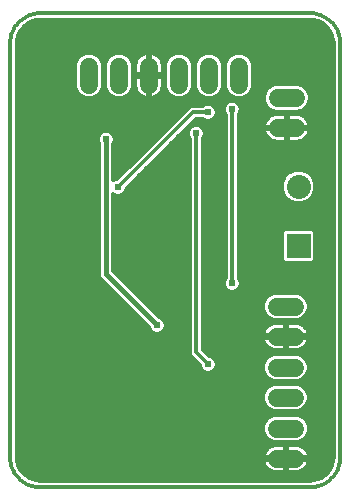
<source format=gbl>
G75*
%MOIN*%
%OFA0B0*%
%FSLAX24Y24*%
%IPPOS*%
%LPD*%
%AMOC8*
5,1,8,0,0,1.08239X$1,22.5*
%
%ADD10C,0.0120*%
%ADD11R,0.0800X0.0800*%
%ADD12C,0.0800*%
%ADD13C,0.0600*%
%ADD14C,0.0240*%
%ADD15C,0.1660*%
%ADD16C,0.0160*%
D10*
X004332Y005229D02*
X004188Y005426D01*
X004113Y005659D01*
X004103Y005781D01*
X004103Y019581D01*
X004113Y019703D01*
X004188Y019935D01*
X004332Y020132D01*
X004529Y020276D01*
X004761Y020351D01*
X004883Y020361D01*
X013883Y020361D01*
X014005Y020351D01*
X014237Y020276D01*
X014435Y020132D01*
X014578Y019935D01*
X014654Y019703D01*
X014663Y019581D01*
X014663Y005781D01*
X014654Y005659D01*
X014578Y005426D01*
X014435Y005229D01*
X014237Y005086D01*
X014005Y005010D01*
X013883Y005001D01*
X004883Y005001D01*
X004761Y005010D01*
X004529Y005086D01*
X004332Y005229D01*
X004342Y005222D02*
X014425Y005222D01*
X014516Y005340D02*
X013621Y005340D01*
X013624Y005341D02*
X013682Y005384D01*
X013733Y005435D01*
X013776Y005494D01*
X013809Y005558D01*
X013831Y005627D01*
X013842Y005695D01*
X013123Y005695D01*
X013123Y005775D01*
X013842Y005775D01*
X013831Y005843D01*
X013809Y005911D01*
X013776Y005976D01*
X013733Y006035D01*
X013682Y006086D01*
X013624Y006128D01*
X013559Y006161D01*
X013490Y006184D01*
X013419Y006195D01*
X013123Y006195D01*
X013123Y005775D01*
X013043Y005775D01*
X013043Y006195D01*
X012746Y006195D01*
X012675Y006184D01*
X012606Y006161D01*
X012541Y006128D01*
X012483Y006086D01*
X012432Y006035D01*
X012389Y005976D01*
X012356Y005911D01*
X012334Y005843D01*
X012323Y005775D01*
X013043Y005775D01*
X013043Y005695D01*
X013123Y005695D01*
X013123Y005275D01*
X013419Y005275D01*
X013490Y005286D01*
X013559Y005309D01*
X013624Y005341D01*
X013750Y005459D02*
X014589Y005459D01*
X014627Y005577D02*
X013815Y005577D01*
X013883Y004781D02*
X013943Y004783D01*
X014004Y004788D01*
X014063Y004797D01*
X014122Y004810D01*
X014181Y004826D01*
X014238Y004846D01*
X014293Y004869D01*
X014348Y004896D01*
X014400Y004925D01*
X014451Y004958D01*
X014500Y004994D01*
X014546Y005032D01*
X014590Y005074D01*
X014632Y005118D01*
X014670Y005164D01*
X014706Y005213D01*
X014739Y005264D01*
X014768Y005316D01*
X014795Y005371D01*
X014818Y005426D01*
X014838Y005483D01*
X014854Y005542D01*
X014867Y005601D01*
X014876Y005660D01*
X014881Y005721D01*
X014883Y005781D01*
X014883Y019581D01*
X014663Y019560D02*
X004103Y019560D01*
X004103Y019442D02*
X014663Y019442D01*
X014663Y019323D02*
X004103Y019323D01*
X004103Y019205D02*
X006274Y019205D01*
X006251Y019195D02*
X006420Y019265D01*
X006603Y019265D01*
X006772Y019195D01*
X006902Y019066D01*
X006972Y018896D01*
X006972Y018113D01*
X006902Y017944D01*
X006772Y017815D01*
X006603Y017745D01*
X006420Y017745D01*
X006251Y017815D01*
X006122Y017944D01*
X006052Y018113D01*
X006052Y018896D01*
X006122Y019066D01*
X006251Y019195D01*
X006142Y019086D02*
X004103Y019086D01*
X004103Y018968D02*
X006081Y018968D01*
X006052Y018849D02*
X004103Y018849D01*
X004103Y018731D02*
X006052Y018731D01*
X006052Y018612D02*
X004103Y018612D01*
X004103Y018494D02*
X006052Y018494D01*
X006052Y018375D02*
X004103Y018375D01*
X004103Y018257D02*
X006052Y018257D01*
X006052Y018138D02*
X004103Y018138D01*
X004103Y018020D02*
X006091Y018020D01*
X006165Y017901D02*
X004103Y017901D01*
X004103Y017783D02*
X006329Y017783D01*
X006694Y017783D02*
X007329Y017783D01*
X007251Y017815D02*
X007420Y017745D01*
X007603Y017745D01*
X007772Y017815D01*
X007902Y017944D01*
X007972Y018113D01*
X007972Y018896D01*
X007902Y019066D01*
X007772Y019195D01*
X007603Y019265D01*
X007420Y019265D01*
X007251Y019195D01*
X007122Y019066D01*
X007052Y018896D01*
X007052Y018113D01*
X007122Y017944D01*
X007251Y017815D01*
X007165Y017901D02*
X006858Y017901D01*
X006933Y018020D02*
X007091Y018020D01*
X007052Y018138D02*
X006972Y018138D01*
X006972Y018257D02*
X007052Y018257D01*
X007052Y018375D02*
X006972Y018375D01*
X006972Y018494D02*
X007052Y018494D01*
X007052Y018612D02*
X006972Y018612D01*
X006972Y018731D02*
X007052Y018731D01*
X007052Y018849D02*
X006972Y018849D01*
X006942Y018968D02*
X007081Y018968D01*
X007142Y019086D02*
X006881Y019086D01*
X006749Y019205D02*
X007274Y019205D01*
X007749Y019205D02*
X008283Y019205D01*
X008271Y019198D02*
X008212Y019156D01*
X008161Y019105D01*
X008118Y019046D01*
X008085Y018982D01*
X008063Y018913D01*
X008052Y018841D01*
X008052Y018545D01*
X008472Y018545D01*
X008472Y019264D01*
X008404Y019254D01*
X008335Y019231D01*
X008271Y019198D01*
X008147Y019086D02*
X007881Y019086D01*
X007942Y018968D02*
X008081Y018968D01*
X008053Y018849D02*
X007972Y018849D01*
X007972Y018731D02*
X008052Y018731D01*
X008052Y018612D02*
X007972Y018612D01*
X007972Y018494D02*
X008472Y018494D01*
X008472Y018465D02*
X008052Y018465D01*
X008052Y018169D01*
X008063Y018097D01*
X008085Y018028D01*
X008118Y017964D01*
X008161Y017905D01*
X008212Y017854D01*
X008271Y017812D01*
X008335Y017779D01*
X008404Y017756D01*
X008472Y017746D01*
X008472Y018465D01*
X008552Y018465D01*
X008552Y018545D01*
X008972Y018545D01*
X008972Y018841D01*
X008960Y018913D01*
X008938Y018982D01*
X008905Y019046D01*
X008863Y019105D01*
X008811Y019156D01*
X008753Y019198D01*
X008688Y019231D01*
X008619Y019254D01*
X008552Y019264D01*
X008552Y018545D01*
X008472Y018545D01*
X008472Y018465D01*
X008552Y018465D02*
X008552Y017746D01*
X008619Y017756D01*
X008688Y017779D01*
X008753Y017812D01*
X008811Y017854D01*
X008863Y017905D01*
X008905Y017964D01*
X008938Y018028D01*
X008960Y018097D01*
X008972Y018169D01*
X008972Y018465D01*
X008552Y018465D01*
X008552Y018494D02*
X009052Y018494D01*
X009052Y018612D02*
X008972Y018612D01*
X008972Y018731D02*
X009052Y018731D01*
X009052Y018849D02*
X008970Y018849D01*
X009052Y018896D02*
X009122Y019066D01*
X009251Y019195D01*
X009420Y019265D01*
X009603Y019265D01*
X009772Y019195D01*
X009902Y019066D01*
X009972Y018896D01*
X009972Y018113D01*
X009902Y017944D01*
X009772Y017815D01*
X009603Y017745D01*
X009420Y017745D01*
X009251Y017815D01*
X009122Y017944D01*
X009052Y018113D01*
X009052Y018896D01*
X009081Y018968D02*
X008943Y018968D01*
X008876Y019086D02*
X009142Y019086D01*
X009274Y019205D02*
X008741Y019205D01*
X008552Y019205D02*
X008472Y019205D01*
X008472Y019086D02*
X008552Y019086D01*
X008552Y018968D02*
X008472Y018968D01*
X008472Y018849D02*
X008552Y018849D01*
X008552Y018731D02*
X008472Y018731D01*
X008472Y018612D02*
X008552Y018612D01*
X008552Y018375D02*
X008472Y018375D01*
X008472Y018257D02*
X008552Y018257D01*
X008552Y018138D02*
X008472Y018138D01*
X008472Y018020D02*
X008552Y018020D01*
X008552Y017901D02*
X008472Y017901D01*
X008472Y017783D02*
X008552Y017783D01*
X008696Y017783D02*
X009329Y017783D01*
X009165Y017901D02*
X008858Y017901D01*
X008933Y018020D02*
X009091Y018020D01*
X009052Y018138D02*
X008967Y018138D01*
X008972Y018257D02*
X009052Y018257D01*
X009052Y018375D02*
X008972Y018375D01*
X008327Y017783D02*
X007694Y017783D01*
X007858Y017901D02*
X008165Y017901D01*
X008090Y018020D02*
X007933Y018020D01*
X007972Y018138D02*
X008057Y018138D01*
X008052Y018257D02*
X007972Y018257D01*
X007972Y018375D02*
X008052Y018375D01*
X009345Y016953D02*
X004103Y016953D01*
X004103Y016835D02*
X009226Y016835D01*
X009108Y016716D02*
X004103Y016716D01*
X004103Y016598D02*
X006904Y016598D01*
X006925Y016618D02*
X006846Y016539D01*
X006803Y016436D01*
X006803Y016325D01*
X006843Y016228D01*
X006843Y011833D01*
X006880Y011745D01*
X008506Y010119D01*
X008546Y010022D01*
X008625Y009943D01*
X008728Y009901D01*
X008839Y009901D01*
X008942Y009943D01*
X009021Y010022D01*
X009063Y010125D01*
X009063Y010236D01*
X009021Y010339D01*
X008942Y010418D01*
X008845Y010458D01*
X007323Y011980D01*
X007323Y014545D01*
X007325Y014543D01*
X007428Y014501D01*
X007539Y014501D01*
X007642Y014543D01*
X007721Y014622D01*
X007763Y014725D01*
X007763Y014749D01*
X010074Y017061D01*
X010307Y017061D01*
X010325Y017043D01*
X010428Y017001D01*
X010539Y017001D01*
X010642Y017043D01*
X010721Y017122D01*
X010763Y017225D01*
X010763Y017336D01*
X010721Y017439D01*
X010642Y017518D01*
X010539Y017561D01*
X010428Y017561D01*
X010325Y017518D01*
X010307Y017501D01*
X009892Y017501D01*
X009763Y017372D01*
X007452Y015061D01*
X007428Y015061D01*
X007325Y015018D01*
X007323Y015017D01*
X007323Y016228D01*
X007363Y016325D01*
X007363Y016436D01*
X007321Y016539D01*
X007242Y016618D01*
X007139Y016661D01*
X007028Y016661D01*
X006925Y016618D01*
X006821Y016479D02*
X004103Y016479D01*
X004103Y016361D02*
X006803Y016361D01*
X006838Y016242D02*
X004103Y016242D01*
X004103Y016124D02*
X006843Y016124D01*
X006843Y016005D02*
X004103Y016005D01*
X004103Y015887D02*
X006843Y015887D01*
X006843Y015768D02*
X004103Y015768D01*
X004103Y015650D02*
X006843Y015650D01*
X006843Y015531D02*
X004103Y015531D01*
X004103Y015413D02*
X006843Y015413D01*
X006843Y015294D02*
X004103Y015294D01*
X004103Y015176D02*
X006843Y015176D01*
X006843Y015057D02*
X004103Y015057D01*
X004103Y014939D02*
X006843Y014939D01*
X006843Y014820D02*
X004103Y014820D01*
X004103Y014702D02*
X006843Y014702D01*
X006843Y014583D02*
X004103Y014583D01*
X004103Y014465D02*
X006843Y014465D01*
X006843Y014346D02*
X004103Y014346D01*
X004103Y014228D02*
X006843Y014228D01*
X006843Y014109D02*
X004103Y014109D01*
X004103Y013991D02*
X006843Y013991D01*
X006843Y013872D02*
X004103Y013872D01*
X004103Y013754D02*
X006843Y013754D01*
X006843Y013635D02*
X004103Y013635D01*
X004103Y013517D02*
X006843Y013517D01*
X006843Y013398D02*
X004103Y013398D01*
X004103Y013280D02*
X006843Y013280D01*
X006843Y013161D02*
X004103Y013161D01*
X004103Y013043D02*
X006843Y013043D01*
X006843Y012924D02*
X004103Y012924D01*
X004103Y012806D02*
X006843Y012806D01*
X006843Y012687D02*
X004103Y012687D01*
X004103Y012569D02*
X006843Y012569D01*
X006843Y012450D02*
X004103Y012450D01*
X004103Y012332D02*
X006843Y012332D01*
X006843Y012213D02*
X004103Y012213D01*
X004103Y012095D02*
X006843Y012095D01*
X006843Y011976D02*
X004103Y011976D01*
X004103Y011858D02*
X006843Y011858D01*
X006885Y011739D02*
X004103Y011739D01*
X004103Y011621D02*
X007004Y011621D01*
X007122Y011502D02*
X004103Y011502D01*
X004103Y011384D02*
X007241Y011384D01*
X007359Y011265D02*
X004103Y011265D01*
X004103Y011147D02*
X007478Y011147D01*
X007596Y011028D02*
X004103Y011028D01*
X004103Y010910D02*
X007715Y010910D01*
X007833Y010791D02*
X004103Y010791D01*
X004103Y010673D02*
X007952Y010673D01*
X008070Y010554D02*
X004103Y010554D01*
X004103Y010436D02*
X008189Y010436D01*
X008307Y010317D02*
X004103Y010317D01*
X004103Y010199D02*
X008426Y010199D01*
X008522Y010080D02*
X004103Y010080D01*
X004103Y009962D02*
X008606Y009962D01*
X008960Y009962D02*
X009863Y009962D01*
X009863Y010080D02*
X009045Y010080D01*
X009063Y010199D02*
X009863Y010199D01*
X009863Y010317D02*
X009030Y010317D01*
X008899Y010436D02*
X009863Y010436D01*
X009863Y010554D02*
X008749Y010554D01*
X008631Y010673D02*
X009863Y010673D01*
X009863Y010791D02*
X008512Y010791D01*
X008394Y010910D02*
X009863Y010910D01*
X009863Y011028D02*
X008275Y011028D01*
X008157Y011147D02*
X009863Y011147D01*
X009863Y011265D02*
X008038Y011265D01*
X007920Y011384D02*
X009863Y011384D01*
X009863Y011502D02*
X007801Y011502D01*
X007683Y011621D02*
X009863Y011621D01*
X009863Y011739D02*
X007564Y011739D01*
X007446Y011858D02*
X009863Y011858D01*
X009863Y011976D02*
X007327Y011976D01*
X007323Y012095D02*
X009863Y012095D01*
X009863Y012213D02*
X007323Y012213D01*
X007323Y012332D02*
X009863Y012332D01*
X009863Y012450D02*
X007323Y012450D01*
X007323Y012569D02*
X009863Y012569D01*
X009863Y012687D02*
X007323Y012687D01*
X007323Y012806D02*
X009863Y012806D01*
X009863Y012924D02*
X007323Y012924D01*
X007323Y013043D02*
X009863Y013043D01*
X009863Y013161D02*
X007323Y013161D01*
X007323Y013280D02*
X009863Y013280D01*
X009863Y013398D02*
X007323Y013398D01*
X007323Y013517D02*
X009863Y013517D01*
X009863Y013635D02*
X007323Y013635D01*
X007323Y013754D02*
X009863Y013754D01*
X009863Y013872D02*
X007323Y013872D01*
X007323Y013991D02*
X009863Y013991D01*
X009863Y014109D02*
X007323Y014109D01*
X007323Y014228D02*
X009863Y014228D01*
X009863Y014346D02*
X007323Y014346D01*
X007323Y014465D02*
X009863Y014465D01*
X009863Y014583D02*
X007682Y014583D01*
X007754Y014702D02*
X009863Y014702D01*
X009863Y014820D02*
X007834Y014820D01*
X007952Y014939D02*
X009863Y014939D01*
X009863Y015057D02*
X008071Y015057D01*
X008189Y015176D02*
X009863Y015176D01*
X009863Y015294D02*
X008308Y015294D01*
X008426Y015413D02*
X009863Y015413D01*
X009863Y015531D02*
X008545Y015531D01*
X008663Y015650D02*
X009863Y015650D01*
X009863Y015768D02*
X008782Y015768D01*
X008900Y015887D02*
X009863Y015887D01*
X009863Y016005D02*
X009019Y016005D01*
X009137Y016124D02*
X009863Y016124D01*
X009863Y016242D02*
X009256Y016242D01*
X009374Y016361D02*
X009863Y016361D01*
X009863Y016405D02*
X009863Y009189D01*
X010203Y008849D01*
X010203Y008825D01*
X010246Y008722D01*
X010325Y008643D01*
X010428Y008601D01*
X010539Y008601D01*
X010642Y008643D01*
X010721Y008722D01*
X010763Y008825D01*
X010763Y008936D01*
X010721Y009039D01*
X010642Y009118D01*
X010539Y009161D01*
X010514Y009161D01*
X010303Y009372D01*
X010303Y016405D01*
X010321Y016422D01*
X010363Y016525D01*
X010363Y016636D01*
X010321Y016739D01*
X010242Y016818D01*
X010139Y016861D01*
X010028Y016861D01*
X009925Y016818D01*
X009846Y016739D01*
X009803Y016636D01*
X009803Y016525D01*
X009846Y016422D01*
X009863Y016405D01*
X009822Y016479D02*
X009493Y016479D01*
X009611Y016598D02*
X009803Y016598D01*
X009836Y016716D02*
X009730Y016716D01*
X009848Y016835D02*
X009965Y016835D01*
X009967Y016953D02*
X011063Y016953D01*
X011063Y016835D02*
X010202Y016835D01*
X010330Y016716D02*
X011063Y016716D01*
X011063Y016598D02*
X010363Y016598D01*
X010344Y016479D02*
X011063Y016479D01*
X011063Y016361D02*
X010303Y016361D01*
X010303Y016242D02*
X011063Y016242D01*
X011063Y016124D02*
X010303Y016124D01*
X010303Y016005D02*
X011063Y016005D01*
X011063Y015887D02*
X010303Y015887D01*
X010303Y015768D02*
X011063Y015768D01*
X011063Y015650D02*
X010303Y015650D01*
X010303Y015531D02*
X011063Y015531D01*
X011063Y015413D02*
X010303Y015413D01*
X010303Y015294D02*
X011063Y015294D01*
X011063Y015176D02*
X010303Y015176D01*
X010303Y015057D02*
X011063Y015057D01*
X011063Y014939D02*
X010303Y014939D01*
X010303Y014820D02*
X011063Y014820D01*
X011063Y014702D02*
X010303Y014702D01*
X010303Y014583D02*
X011063Y014583D01*
X011063Y014465D02*
X010303Y014465D01*
X010303Y014346D02*
X011063Y014346D01*
X011063Y014228D02*
X010303Y014228D01*
X010303Y014109D02*
X011063Y014109D01*
X011063Y013991D02*
X010303Y013991D01*
X010303Y013872D02*
X011063Y013872D01*
X011063Y013754D02*
X010303Y013754D01*
X010303Y013635D02*
X011063Y013635D01*
X011063Y013517D02*
X010303Y013517D01*
X010303Y013398D02*
X011063Y013398D01*
X011063Y013280D02*
X010303Y013280D01*
X010303Y013161D02*
X011063Y013161D01*
X011063Y013043D02*
X010303Y013043D01*
X010303Y012924D02*
X011063Y012924D01*
X011063Y012806D02*
X010303Y012806D01*
X010303Y012687D02*
X011063Y012687D01*
X011063Y012569D02*
X010303Y012569D01*
X010303Y012450D02*
X011063Y012450D01*
X011063Y012332D02*
X010303Y012332D01*
X010303Y012213D02*
X011063Y012213D01*
X011063Y012095D02*
X010303Y012095D01*
X010303Y011976D02*
X011063Y011976D01*
X011063Y011858D02*
X010303Y011858D01*
X010303Y011739D02*
X011046Y011739D01*
X011003Y011636D01*
X011003Y011525D01*
X011046Y011422D01*
X011125Y011343D01*
X011228Y011301D01*
X011339Y011301D01*
X011442Y011343D01*
X011521Y011422D01*
X011563Y011525D01*
X011563Y011636D01*
X011521Y011739D01*
X014663Y011739D01*
X014663Y011621D02*
X011563Y011621D01*
X011554Y011502D02*
X014663Y011502D01*
X014663Y011384D02*
X011482Y011384D01*
X011283Y011581D02*
X011283Y017381D01*
X011063Y017205D02*
X011063Y011757D01*
X011046Y011739D01*
X011003Y011621D02*
X010303Y011621D01*
X010303Y011502D02*
X011013Y011502D01*
X011084Y011384D02*
X010303Y011384D01*
X010303Y011265D02*
X014663Y011265D01*
X014663Y011147D02*
X013678Y011147D01*
X013631Y011193D02*
X013462Y011263D01*
X012679Y011263D01*
X012510Y011193D01*
X012381Y011064D01*
X012311Y010895D01*
X012311Y010712D01*
X012381Y010543D01*
X012510Y010413D01*
X012679Y010343D01*
X013462Y010343D01*
X013631Y010413D01*
X013761Y010543D01*
X013831Y010712D01*
X013831Y010895D01*
X013761Y011064D01*
X013631Y011193D01*
X013776Y011028D02*
X014663Y011028D01*
X014663Y010910D02*
X013825Y010910D01*
X013831Y010791D02*
X014663Y010791D01*
X014663Y010673D02*
X013814Y010673D01*
X013765Y010554D02*
X014663Y010554D01*
X014663Y010436D02*
X013653Y010436D01*
X013547Y010230D02*
X013478Y010252D01*
X013407Y010263D01*
X013111Y010263D01*
X013111Y009843D01*
X014663Y009843D01*
X014663Y009725D02*
X013824Y009725D01*
X013819Y009696D02*
X013797Y009627D01*
X013764Y009562D01*
X013722Y009504D01*
X013670Y009453D01*
X013612Y009410D01*
X013547Y009377D01*
X013478Y009355D01*
X013407Y009343D01*
X013111Y009343D01*
X013111Y009763D01*
X013031Y009763D01*
X013031Y009343D01*
X012735Y009343D01*
X012663Y009355D01*
X012594Y009377D01*
X012530Y009410D01*
X012471Y009453D01*
X012420Y009504D01*
X012377Y009562D01*
X012344Y009627D01*
X012322Y009696D01*
X012311Y009763D01*
X013031Y009763D01*
X013031Y009843D01*
X010303Y009843D01*
X010303Y009725D02*
X012317Y009725D01*
X012311Y009843D02*
X012322Y009911D01*
X012344Y009980D01*
X012377Y010044D01*
X012420Y010103D01*
X012471Y010154D01*
X012530Y010197D01*
X012594Y010230D01*
X012663Y010252D01*
X012735Y010263D01*
X013031Y010263D01*
X013031Y009843D01*
X012311Y009843D01*
X012338Y009962D02*
X010303Y009962D01*
X010303Y010080D02*
X012403Y010080D01*
X012533Y010199D02*
X010303Y010199D01*
X010303Y010317D02*
X014663Y010317D01*
X014663Y010199D02*
X013608Y010199D01*
X013612Y010197D02*
X013547Y010230D01*
X013612Y010197D02*
X013670Y010154D01*
X013722Y010103D01*
X013764Y010044D01*
X013797Y009980D01*
X013819Y009911D01*
X013830Y009843D01*
X013111Y009843D01*
X013111Y009763D01*
X013830Y009763D01*
X013819Y009696D01*
X013786Y009606D02*
X014663Y009606D01*
X014663Y009488D02*
X013705Y009488D01*
X013523Y009369D02*
X014663Y009369D01*
X014663Y009251D02*
X010424Y009251D01*
X010306Y009369D02*
X012619Y009369D01*
X012679Y009232D02*
X012510Y009162D01*
X012381Y009032D01*
X012311Y008863D01*
X012311Y008680D01*
X012381Y008511D01*
X012510Y008382D01*
X012679Y008312D01*
X013462Y008312D01*
X013631Y008382D01*
X013761Y008511D01*
X013831Y008680D01*
X013831Y008863D01*
X013761Y009032D01*
X013631Y009162D01*
X013462Y009232D01*
X012679Y009232D01*
X012480Y009132D02*
X010608Y009132D01*
X010731Y009014D02*
X012373Y009014D01*
X012324Y008895D02*
X010763Y008895D01*
X010743Y008777D02*
X012311Y008777D01*
X012320Y008658D02*
X010657Y008658D01*
X010483Y008881D02*
X010083Y009281D01*
X010083Y016581D01*
X009983Y017281D02*
X010483Y017281D01*
X010391Y017546D02*
X004103Y017546D01*
X004103Y017664D02*
X012344Y017664D01*
X012342Y017669D02*
X012412Y017500D01*
X012542Y017370D01*
X012711Y017300D01*
X013494Y017300D01*
X013663Y017370D01*
X013792Y017500D01*
X013862Y017669D01*
X013862Y017852D01*
X013792Y018021D01*
X013663Y018150D01*
X013494Y018220D01*
X012711Y018220D01*
X012542Y018150D01*
X012412Y018021D01*
X012342Y017852D01*
X012342Y017669D01*
X012342Y017783D02*
X011694Y017783D01*
X011772Y017815D02*
X011902Y017944D01*
X011972Y018113D01*
X011972Y018896D01*
X011902Y019066D01*
X011772Y019195D01*
X011603Y019265D01*
X011420Y019265D01*
X011251Y019195D01*
X011122Y019066D01*
X011052Y018896D01*
X011052Y018113D01*
X011122Y017944D01*
X011251Y017815D01*
X011420Y017745D01*
X011603Y017745D01*
X011772Y017815D01*
X011858Y017901D02*
X012363Y017901D01*
X012412Y018020D02*
X011933Y018020D01*
X011972Y018138D02*
X012530Y018138D01*
X011972Y018257D02*
X014663Y018257D01*
X014663Y018375D02*
X011972Y018375D01*
X011972Y018494D02*
X014663Y018494D01*
X014663Y018612D02*
X011972Y018612D01*
X011972Y018731D02*
X014663Y018731D01*
X014663Y018849D02*
X011972Y018849D01*
X011942Y018968D02*
X014663Y018968D01*
X014663Y019086D02*
X011881Y019086D01*
X011749Y019205D02*
X014663Y019205D01*
X014656Y019679D02*
X004111Y019679D01*
X004144Y019797D02*
X014623Y019797D01*
X014585Y019916D02*
X004182Y019916D01*
X004261Y020034D02*
X014506Y020034D01*
X014407Y020153D02*
X004360Y020153D01*
X004523Y020271D02*
X014244Y020271D01*
X013883Y020581D02*
X004883Y020581D01*
X004823Y020579D01*
X004762Y020574D01*
X004703Y020565D01*
X004644Y020552D01*
X004585Y020536D01*
X004528Y020516D01*
X004473Y020493D01*
X004418Y020466D01*
X004366Y020437D01*
X004315Y020404D01*
X004266Y020368D01*
X004220Y020330D01*
X004176Y020288D01*
X004134Y020244D01*
X004096Y020198D01*
X004060Y020149D01*
X004027Y020098D01*
X003998Y020046D01*
X003971Y019991D01*
X003948Y019936D01*
X003928Y019879D01*
X003912Y019820D01*
X003899Y019761D01*
X003890Y019702D01*
X003885Y019641D01*
X003883Y019581D01*
X003883Y005781D01*
X004103Y005814D02*
X012329Y005814D01*
X012323Y005695D02*
X012334Y005627D01*
X012356Y005558D01*
X012389Y005494D01*
X012432Y005435D01*
X012483Y005384D01*
X012541Y005341D01*
X012606Y005309D01*
X012675Y005286D01*
X012746Y005275D01*
X013043Y005275D01*
X013043Y005695D01*
X012323Y005695D01*
X012350Y005577D02*
X004139Y005577D01*
X004110Y005696D02*
X013043Y005696D01*
X013123Y005696D02*
X014657Y005696D01*
X014663Y005814D02*
X013836Y005814D01*
X013798Y005933D02*
X014663Y005933D01*
X014663Y006051D02*
X013717Y006051D01*
X013533Y006170D02*
X014663Y006170D01*
X014663Y006288D02*
X013506Y006288D01*
X013474Y006275D02*
X013643Y006345D01*
X013773Y006474D01*
X013843Y006643D01*
X013843Y006826D01*
X013773Y006995D01*
X013643Y007125D01*
X013474Y007195D01*
X012691Y007195D01*
X012522Y007125D01*
X012393Y006995D01*
X012323Y006826D01*
X012323Y006643D01*
X012393Y006474D01*
X012522Y006345D01*
X012691Y006275D01*
X013474Y006275D01*
X013705Y006407D02*
X014663Y006407D01*
X014663Y006525D02*
X013794Y006525D01*
X013843Y006644D02*
X014663Y006644D01*
X014663Y006762D02*
X013843Y006762D01*
X013820Y006881D02*
X014663Y006881D01*
X014663Y006999D02*
X013769Y006999D01*
X013650Y007118D02*
X014663Y007118D01*
X014663Y007236D02*
X004103Y007236D01*
X004103Y007118D02*
X012515Y007118D01*
X012396Y006999D02*
X004103Y006999D01*
X004103Y006881D02*
X012345Y006881D01*
X012323Y006762D02*
X004103Y006762D01*
X004103Y006644D02*
X012323Y006644D01*
X012372Y006525D02*
X004103Y006525D01*
X004103Y006407D02*
X012460Y006407D01*
X012659Y006288D02*
X004103Y006288D01*
X004103Y006170D02*
X012632Y006170D01*
X012448Y006051D02*
X004103Y006051D01*
X004103Y005933D02*
X012367Y005933D01*
X012415Y005459D02*
X004178Y005459D01*
X004251Y005340D02*
X012544Y005340D01*
X013043Y005340D02*
X013123Y005340D01*
X013123Y005459D02*
X013043Y005459D01*
X013043Y005577D02*
X013123Y005577D01*
X013123Y005814D02*
X013043Y005814D01*
X013043Y005933D02*
X013123Y005933D01*
X013123Y006051D02*
X013043Y006051D01*
X013043Y006170D02*
X013123Y006170D01*
X013462Y007312D02*
X012679Y007312D01*
X012510Y007382D01*
X012381Y007511D01*
X012311Y007680D01*
X012311Y007863D01*
X012381Y008032D01*
X012510Y008162D01*
X012679Y008232D01*
X013462Y008232D01*
X013631Y008162D01*
X013761Y008032D01*
X013831Y007863D01*
X013831Y007680D01*
X013761Y007511D01*
X013631Y007382D01*
X013462Y007312D01*
X013565Y007355D02*
X014663Y007355D01*
X014663Y007473D02*
X013722Y007473D01*
X013794Y007592D02*
X014663Y007592D01*
X014663Y007710D02*
X013831Y007710D01*
X013831Y007829D02*
X014663Y007829D01*
X014663Y007947D02*
X013796Y007947D01*
X013728Y008066D02*
X014663Y008066D01*
X014663Y008184D02*
X013578Y008184D01*
X013670Y008421D02*
X014663Y008421D01*
X014663Y008303D02*
X004103Y008303D01*
X004103Y008421D02*
X012471Y008421D01*
X012369Y008540D02*
X004103Y008540D01*
X004103Y008658D02*
X010310Y008658D01*
X010223Y008777D02*
X004103Y008777D01*
X004103Y008895D02*
X010158Y008895D01*
X010039Y009014D02*
X004103Y009014D01*
X004103Y009132D02*
X009921Y009132D01*
X009863Y009251D02*
X004103Y009251D01*
X004103Y009369D02*
X009863Y009369D01*
X009863Y009488D02*
X004103Y009488D01*
X004103Y009606D02*
X009863Y009606D01*
X009863Y009725D02*
X004103Y009725D01*
X004103Y009843D02*
X009863Y009843D01*
X010303Y009606D02*
X012355Y009606D01*
X012436Y009488D02*
X010303Y009488D01*
X010303Y010436D02*
X012488Y010436D01*
X012376Y010554D02*
X010303Y010554D01*
X010303Y010673D02*
X012327Y010673D01*
X012311Y010791D02*
X010303Y010791D01*
X010303Y010910D02*
X012317Y010910D01*
X012366Y011028D02*
X010303Y011028D01*
X010303Y011147D02*
X012463Y011147D01*
X013031Y010199D02*
X013111Y010199D01*
X013111Y010080D02*
X013031Y010080D01*
X013031Y009962D02*
X013111Y009962D01*
X013111Y009843D02*
X013031Y009843D01*
X013031Y009725D02*
X013111Y009725D01*
X013111Y009606D02*
X013031Y009606D01*
X013031Y009488D02*
X013111Y009488D01*
X013111Y009369D02*
X013031Y009369D01*
X013661Y009132D02*
X014663Y009132D01*
X014663Y009014D02*
X013769Y009014D01*
X013818Y008895D02*
X014663Y008895D01*
X014663Y008777D02*
X013831Y008777D01*
X013821Y008658D02*
X014663Y008658D01*
X014663Y008540D02*
X013772Y008540D01*
X012564Y008184D02*
X004103Y008184D01*
X004103Y008066D02*
X012414Y008066D01*
X012345Y007947D02*
X004103Y007947D01*
X004103Y007829D02*
X012311Y007829D01*
X012311Y007710D02*
X004103Y007710D01*
X004103Y007592D02*
X012348Y007592D01*
X012419Y007473D02*
X004103Y007473D01*
X004103Y007355D02*
X012576Y007355D01*
X014262Y005103D02*
X004505Y005103D01*
X004883Y004781D02*
X013883Y004781D01*
X013803Y009962D02*
X014663Y009962D01*
X014663Y010080D02*
X013738Y010080D01*
X014663Y011858D02*
X011503Y011858D01*
X011503Y011757D02*
X011503Y017205D01*
X011521Y017222D01*
X011563Y017325D01*
X011563Y017436D01*
X011521Y017539D01*
X011442Y017618D01*
X011339Y017661D01*
X011228Y017661D01*
X011125Y017618D01*
X011046Y017539D01*
X011003Y017436D01*
X011003Y017325D01*
X011046Y017222D01*
X011063Y017205D01*
X011063Y017190D02*
X010749Y017190D01*
X010763Y017309D02*
X011010Y017309D01*
X011003Y017427D02*
X010726Y017427D01*
X010575Y017546D02*
X011052Y017546D01*
X011329Y017783D02*
X010694Y017783D01*
X010772Y017815D02*
X010902Y017944D01*
X010972Y018113D01*
X010972Y018896D01*
X010902Y019066D01*
X010772Y019195D01*
X010603Y019265D01*
X010420Y019265D01*
X010251Y019195D01*
X010122Y019066D01*
X010052Y018896D01*
X010052Y018113D01*
X010122Y017944D01*
X010251Y017815D01*
X010420Y017745D01*
X010603Y017745D01*
X010772Y017815D01*
X010858Y017901D02*
X011165Y017901D01*
X011091Y018020D02*
X010933Y018020D01*
X010972Y018138D02*
X011052Y018138D01*
X011052Y018257D02*
X010972Y018257D01*
X010972Y018375D02*
X011052Y018375D01*
X011052Y018494D02*
X010972Y018494D01*
X010972Y018612D02*
X011052Y018612D01*
X011052Y018731D02*
X010972Y018731D01*
X010972Y018849D02*
X011052Y018849D01*
X011081Y018968D02*
X010942Y018968D01*
X010881Y019086D02*
X011142Y019086D01*
X011274Y019205D02*
X010749Y019205D01*
X010274Y019205D02*
X009749Y019205D01*
X009881Y019086D02*
X010142Y019086D01*
X010081Y018968D02*
X009942Y018968D01*
X009972Y018849D02*
X010052Y018849D01*
X010052Y018731D02*
X009972Y018731D01*
X009972Y018612D02*
X010052Y018612D01*
X010052Y018494D02*
X009972Y018494D01*
X009972Y018375D02*
X010052Y018375D01*
X010052Y018257D02*
X009972Y018257D01*
X009972Y018138D02*
X010052Y018138D01*
X010091Y018020D02*
X009933Y018020D01*
X009858Y017901D02*
X010165Y017901D01*
X010329Y017783D02*
X009694Y017783D01*
X009819Y017427D02*
X004103Y017427D01*
X004103Y017309D02*
X009700Y017309D01*
X009582Y017190D02*
X004103Y017190D01*
X004103Y017072D02*
X009463Y017072D01*
X009983Y017281D02*
X007483Y014781D01*
X007419Y015057D02*
X007323Y015057D01*
X007323Y015176D02*
X007567Y015176D01*
X007686Y015294D02*
X007323Y015294D01*
X007323Y015413D02*
X007804Y015413D01*
X007923Y015531D02*
X007323Y015531D01*
X007323Y015650D02*
X008041Y015650D01*
X008160Y015768D02*
X007323Y015768D01*
X007323Y015887D02*
X008278Y015887D01*
X008397Y016005D02*
X007323Y016005D01*
X007323Y016124D02*
X008515Y016124D01*
X008634Y016242D02*
X007329Y016242D01*
X007363Y016361D02*
X008752Y016361D01*
X008871Y016479D02*
X007346Y016479D01*
X007262Y016598D02*
X008989Y016598D01*
X010670Y017072D02*
X011063Y017072D01*
X011503Y017072D02*
X012463Y017072D01*
X012451Y017060D02*
X012503Y017111D01*
X012561Y017154D01*
X012626Y017186D01*
X012695Y017209D01*
X012766Y017220D01*
X013062Y017220D01*
X013062Y016800D01*
X013062Y016720D01*
X012343Y016720D01*
X012354Y016652D01*
X012376Y016583D01*
X012409Y016519D01*
X012451Y016460D01*
X012503Y016409D01*
X012561Y016367D01*
X012626Y016334D01*
X012695Y016311D01*
X012766Y016300D01*
X013062Y016300D01*
X013062Y016720D01*
X013142Y016720D01*
X013142Y016300D01*
X013438Y016300D01*
X013510Y016311D01*
X013579Y016334D01*
X013643Y016367D01*
X013702Y016409D01*
X013753Y016460D01*
X013796Y016519D01*
X013829Y016583D01*
X013851Y016652D01*
X013862Y016720D01*
X013142Y016720D01*
X013142Y016800D01*
X013062Y016800D01*
X012343Y016800D01*
X012354Y016868D01*
X012376Y016937D01*
X012409Y017001D01*
X012451Y017060D01*
X012384Y016953D02*
X011503Y016953D01*
X011503Y016835D02*
X012348Y016835D01*
X012343Y016716D02*
X011503Y016716D01*
X011503Y016598D02*
X012371Y016598D01*
X012438Y016479D02*
X011503Y016479D01*
X011503Y016361D02*
X012573Y016361D01*
X013062Y016361D02*
X013142Y016361D01*
X013142Y016479D02*
X013062Y016479D01*
X013062Y016598D02*
X013142Y016598D01*
X013142Y016716D02*
X013062Y016716D01*
X013142Y016800D02*
X013142Y017220D01*
X013438Y017220D01*
X013510Y017209D01*
X013579Y017186D01*
X013643Y017154D01*
X013702Y017111D01*
X013753Y017060D01*
X013796Y017001D01*
X013829Y016937D01*
X013851Y016868D01*
X013862Y016800D01*
X013142Y016800D01*
X013142Y016835D02*
X013062Y016835D01*
X013062Y016953D02*
X013142Y016953D01*
X013142Y017072D02*
X013062Y017072D01*
X013062Y017190D02*
X013142Y017190D01*
X013514Y017309D02*
X014663Y017309D01*
X014663Y017427D02*
X013720Y017427D01*
X013811Y017546D02*
X014663Y017546D01*
X014663Y017664D02*
X013860Y017664D01*
X013862Y017783D02*
X014663Y017783D01*
X014663Y017901D02*
X013842Y017901D01*
X013793Y018020D02*
X014663Y018020D01*
X014663Y018138D02*
X013675Y018138D01*
X013567Y017190D02*
X014663Y017190D01*
X014663Y017072D02*
X013741Y017072D01*
X013820Y016953D02*
X014663Y016953D01*
X014663Y016835D02*
X013856Y016835D01*
X013861Y016716D02*
X014663Y016716D01*
X014663Y016598D02*
X013833Y016598D01*
X013767Y016479D02*
X014663Y016479D01*
X014663Y016361D02*
X013631Y016361D01*
X013611Y015360D02*
X013388Y015360D01*
X013183Y015275D01*
X013025Y015117D01*
X012940Y014912D01*
X012940Y014689D01*
X013025Y014483D01*
X013183Y014325D01*
X013388Y014240D01*
X013611Y014240D01*
X013817Y014325D01*
X013975Y014483D01*
X014060Y014689D01*
X014060Y014912D01*
X013975Y015117D01*
X013817Y015275D01*
X013611Y015360D01*
X013771Y015294D02*
X014663Y015294D01*
X014663Y015176D02*
X013916Y015176D01*
X014000Y015057D02*
X014663Y015057D01*
X014663Y014939D02*
X014049Y014939D01*
X014060Y014820D02*
X014663Y014820D01*
X014663Y014702D02*
X014060Y014702D01*
X014016Y014583D02*
X014663Y014583D01*
X014663Y014465D02*
X013956Y014465D01*
X013838Y014346D02*
X014663Y014346D01*
X014663Y014228D02*
X011503Y014228D01*
X011503Y014346D02*
X013162Y014346D01*
X013044Y014465D02*
X011503Y014465D01*
X011503Y014583D02*
X012984Y014583D01*
X012940Y014702D02*
X011503Y014702D01*
X011503Y014820D02*
X012940Y014820D01*
X012951Y014939D02*
X011503Y014939D01*
X011503Y015057D02*
X013000Y015057D01*
X013083Y015176D02*
X011503Y015176D01*
X011503Y015294D02*
X013229Y015294D01*
X014663Y015413D02*
X011503Y015413D01*
X011503Y015531D02*
X014663Y015531D01*
X014663Y015650D02*
X011503Y015650D01*
X011503Y015768D02*
X014663Y015768D01*
X014663Y015887D02*
X011503Y015887D01*
X011503Y016005D02*
X014663Y016005D01*
X014663Y016124D02*
X011503Y016124D01*
X011503Y016242D02*
X014663Y016242D01*
X014663Y014109D02*
X011503Y014109D01*
X011503Y013991D02*
X014663Y013991D01*
X014663Y013872D02*
X011503Y013872D01*
X011503Y013754D02*
X014663Y013754D01*
X014663Y013635D02*
X011503Y013635D01*
X011503Y013517D02*
X014663Y013517D01*
X014663Y013398D02*
X011503Y013398D01*
X011503Y013280D02*
X012940Y013280D01*
X012940Y013298D02*
X012940Y012365D01*
X013034Y012272D01*
X013966Y012272D01*
X014060Y012365D01*
X014060Y013298D01*
X013966Y013392D01*
X013034Y013392D01*
X012940Y013298D01*
X012940Y013161D02*
X011503Y013161D01*
X011503Y013043D02*
X012940Y013043D01*
X012940Y012924D02*
X011503Y012924D01*
X011503Y012806D02*
X012940Y012806D01*
X012940Y012687D02*
X011503Y012687D01*
X011503Y012569D02*
X012940Y012569D01*
X012940Y012450D02*
X011503Y012450D01*
X011503Y012332D02*
X012974Y012332D01*
X014026Y012332D02*
X014663Y012332D01*
X014663Y012450D02*
X014060Y012450D01*
X014060Y012569D02*
X014663Y012569D01*
X014663Y012687D02*
X014060Y012687D01*
X014060Y012806D02*
X014663Y012806D01*
X014663Y012924D02*
X014060Y012924D01*
X014060Y013043D02*
X014663Y013043D01*
X014663Y013161D02*
X014060Y013161D01*
X014060Y013280D02*
X014663Y013280D01*
X014663Y012213D02*
X011503Y012213D01*
X011503Y012095D02*
X014663Y012095D01*
X014663Y011976D02*
X011503Y011976D01*
X011503Y011757D02*
X011521Y011739D01*
X011503Y017190D02*
X012637Y017190D01*
X012690Y017309D02*
X011557Y017309D01*
X011563Y017427D02*
X012485Y017427D01*
X012393Y017546D02*
X011514Y017546D01*
X013883Y020581D02*
X013943Y020579D01*
X014004Y020574D01*
X014063Y020565D01*
X014122Y020552D01*
X014181Y020536D01*
X014238Y020516D01*
X014293Y020493D01*
X014348Y020466D01*
X014400Y020437D01*
X014451Y020404D01*
X014500Y020368D01*
X014546Y020330D01*
X014590Y020288D01*
X014632Y020244D01*
X014670Y020198D01*
X014706Y020149D01*
X014739Y020098D01*
X014768Y020046D01*
X014795Y019991D01*
X014818Y019936D01*
X014838Y019879D01*
X014854Y019820D01*
X014867Y019761D01*
X014876Y019702D01*
X014881Y019641D01*
X014883Y019581D01*
X003883Y005781D02*
X003885Y005721D01*
X003890Y005660D01*
X003899Y005601D01*
X003912Y005542D01*
X003928Y005483D01*
X003948Y005426D01*
X003971Y005371D01*
X003998Y005316D01*
X004027Y005264D01*
X004060Y005213D01*
X004096Y005164D01*
X004134Y005118D01*
X004176Y005074D01*
X004220Y005032D01*
X004266Y004994D01*
X004315Y004958D01*
X004366Y004925D01*
X004418Y004896D01*
X004473Y004869D01*
X004528Y004846D01*
X004585Y004826D01*
X004644Y004810D01*
X004703Y004797D01*
X004762Y004788D01*
X004823Y004783D01*
X004883Y004781D01*
D11*
X013500Y012832D03*
D12*
X013500Y014800D03*
D13*
X013402Y016760D02*
X012802Y016760D01*
X012802Y017760D02*
X013402Y017760D01*
X011512Y018205D02*
X011512Y018805D01*
X010512Y018805D02*
X010512Y018205D01*
X009512Y018205D02*
X009512Y018805D01*
X008512Y018805D02*
X008512Y018205D01*
X007512Y018205D02*
X007512Y018805D01*
X006512Y018805D02*
X006512Y018205D01*
X012771Y010803D02*
X013371Y010803D01*
X013371Y009803D02*
X012771Y009803D01*
X012771Y008772D02*
X013371Y008772D01*
X013371Y007772D02*
X012771Y007772D01*
X012783Y006735D02*
X013383Y006735D01*
X013383Y005735D02*
X012783Y005735D01*
D14*
X011871Y005386D03*
X014271Y005686D03*
X010483Y008881D03*
X008783Y010181D03*
X007836Y010340D03*
X006811Y010316D03*
X006836Y011116D03*
X007483Y014781D03*
X007083Y016381D03*
X005671Y018786D03*
X010083Y016581D03*
X010483Y017281D03*
X011283Y017381D03*
X012571Y015586D03*
X013971Y015586D03*
X014271Y016786D03*
X014271Y017786D03*
X012471Y019786D03*
X012971Y013786D03*
X014071Y013786D03*
X011283Y011581D03*
X008111Y005440D03*
X006764Y005416D03*
D15*
X005163Y006060D03*
X013715Y019347D03*
D16*
X007083Y016381D02*
X007083Y011881D01*
X008783Y010181D01*
M02*

</source>
